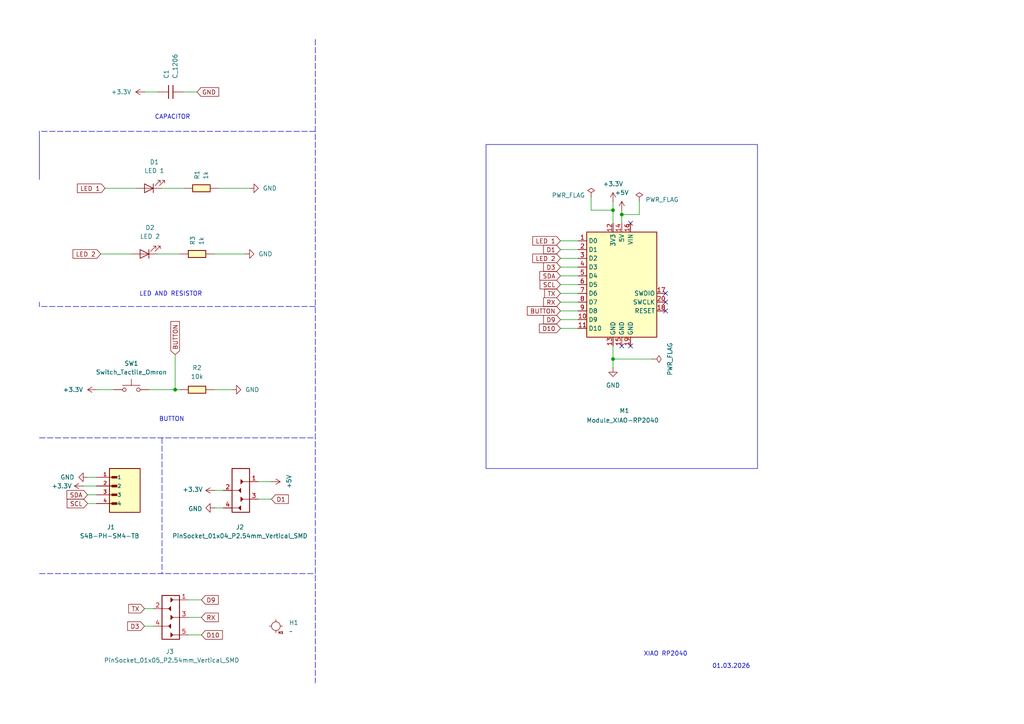
<source format=kicad_sch>
(kicad_sch (version 20250114) (generator "eeschema") (generator_version "9.0")
  (paper "A4")
  (lib_symbols
    (symbol "PCM_fab:C_1206" (pin_numbers (hide yes))
      (property "Reference" "C" (at 0.635 2.54 0))
      (property "Value" "C_1206" (at 0.635 -2.54 0))
      (symbol "C_1206_1_1"
        (polyline (pts (xy -1.905 0.635) (xy 1.905 0.635)) (stroke (width 0.25)))
        (polyline (pts (xy -1.905 -0.635) (xy 1.905 -0.635)) (stroke (width 0.25)))
        (pin passive line (at 0 3.81 270) (length 3.175) (name "~") (number "1"))
        (pin passive line (at 0 -3.81 90) (length 3.175) (name "~") (number "2"))
      )
    )
    (symbol "PCM_fab:LED_1206" (pin_numbers (hide yes)) (pin_names (offset 1.016) (hide yes))
      (property "Reference" "D" (at 0 2.54 0))
      (property "Value" "LED_1206" (at 0 -2.54 0))
      (symbol "LED_1206_0_1"
        (polyline (pts (xy -3.048 -0.762) (xy -4.572 -2.286) (xy -3.81 -2.286) (xy -4.572 -2.286) (xy -4.572 -1.524)))
        (polyline (pts (xy -1.778 -0.762) (xy -3.302 -2.286) (xy -2.54 -2.286) (xy -3.302 -2.286) (xy -3.302 -1.524)))
        (polyline (pts (xy -1.27 0) (xy 1.27 0)))
        (polyline (pts (xy -1.27 -1.27) (xy -1.27 1.27)) (stroke (width 0.2032)))
        (polyline (pts (xy 1.27 -1.27) (xy 1.27 1.27) (xy -1.27 0) (xy 1.27 -1.27)) (stroke (width 0.2032)))
      )
      (symbol "LED_1206_1_1"
        (pin passive line (at -3.81 0 0) (length 2.54) (name "K") (number "1"))
        (pin passive line (at 3.81 0 180) (length 2.54) (name "A") (number "2"))
      )
    )
    (symbol "PCM_fab:Module_XIAO-RP2040"
      (property "Reference" "M" (at -10.16 16.51 0))
      (property "Value" "Module_XIAO-RP2040" (at 3.81 16.51 0))
      (symbol "Module_XIAO-RP2040_1_1"
        (rectangle (start -10.16 15.24) (end 10.16 -15.24) (stroke (width 0.254)) (fill (type background)))
        (pin bidirectional line (at -12.7 12.7 0) (length 2.54) (name "D0") (number "1"))
        (pin bidirectional line (at -12.7 10.16 0) (length 2.54) (name "D1") (number "2"))
        (pin bidirectional line (at -12.7 7.62 0) (length 2.54) (name "D2") (number "3"))
        (pin bidirectional line (at -12.7 5.08 0) (length 2.54) (name "D3") (number "4"))
        (pin bidirectional line (at -12.7 2.54 0) (length 2.54) (name "D4") (number "5"))
        (pin bidirectional line (at -12.7 0 0) (length 2.54) (name "D5") (number "6"))
        (pin bidirectional line (at -12.7 -2.54 0) (length 2.54) (name "D6") (number "7"))
        (pin bidirectional line (at -12.7 -5.08 0) (length 2.54) (name "D7") (number "8"))
        (pin bidirectional line (at -12.7 -7.62 0) (length 2.54) (name "D8") (number "9"))
        (pin bidirectional line (at -12.7 -10.16 0) (length 2.54) (name "D9") (number "10"))
        (pin bidirectional line (at -12.7 -12.7 0) (length 2.54) (name "D10") (number "11"))
        (pin power_in line (at -2.54 17.78 270) (length 2.54) (name "3V3") (number "12"))
        (pin power_in line (at -2.54 -17.78 90) (length 2.54) (name "GND") (number "13"))
        (pin power_in line (at 0 17.78 270) (length 2.54) (name "5V") (number "14"))
        (pin power_in line (at 0 -17.78 90) (length 2.54) (name "GND") (number "15"))
        (pin power_in line (at 2.54 17.78 270) (length 2.54) (name "VIN") (number "16"))
        (pin power_in line (at 2.54 -17.78 90) (length 2.54) (name "GND") (number "19"))
        (pin bidirectional line (at 12.7 -2.54 180) (length 2.54) (name "SWDIO") (number "17"))
        (pin input line (at 12.7 -5.08 180) (length 2.54) (name "SWCLK") (number "20"))
        (pin input line (at 12.7 -7.62 180) (length 2.54) (name "RESET") (number "18"))
      )
    )
    (symbol "PCM_fab:MountingHole_M3" (pin_numbers (hide yes)) (pin_names (offset 0))
      (property "Reference" "H" (at 0 0 0))
      (symbol "MountingHole_M3_0_1"
        (polyline (pts (xy -1.27 0) (xy -1.905 0)))
        (polyline (pts (xy 0 1.27) (xy 0 1.905)))
        (circle (center 0 0) (radius 1.27))
        (polyline (pts (xy 0 -1.27) (xy 0 -1.905)))
        (polyline (pts (xy 1.27 0) (xy 1.905 0)))
      )
      (symbol "MountingHole_M3_1_1"
        (text "M3" (at 0.635 -1.905 0) (effects (font (size 0.635 0.635)) (justify left)))
      )
    )
    (symbol "PCM_fab:PWR_FLAG" (power) (pin_numbers (hide yes)) (pin_names (offset 0) (hide yes))
      (property "Value" "PWR_FLAG" (at 0 3.81 0))
      (symbol "PWR_FLAG_0_1"
        (polyline (pts (xy 0 0) (xy 0 1.27) (xy -1.016 1.905) (xy 0 2.54) (xy 1.016 1.905) (xy 0 1.27)))
      )
      (symbol "PWR_FLAG_1_0"
        (pin power_out line (at 0 0 90) (length 0) (name "PWR_FLAG") (number "1"))
      )
    )
    (symbol "PCM_fab:PinSocket_01x04_P2.54mm_Vertical_SMD" (pin_names (hide yes))
      (property "Reference" "J" (at 0 7.62 0))
      (property "Value" "PinSocket_01x04_P2.54mm_Vertical_SMD" (at 0 -7.62 0))
      (symbol "PinSocket_01x04_P2.54mm_Vertical_SMD_0_0"
        (polyline (pts (xy 0 1.905) (xy 0.635 2.54) (xy 0 3.175) (xy 0 1.905)) (fill (type outline)))
        (polyline (pts (xy 0 0) (xy -2.54 0)))
        (polyline (pts (xy 0 -0.635) (xy -0.635 0) (xy 0 0.635) (xy 0 -0.635)) (fill (type outline)))
        (polyline (pts (xy 0 -3.175) (xy 0.635 -2.54) (xy 0 -1.905) (xy 0 -3.175)) (fill (type outline)))
        (polyline (pts (xy 0 -5.08) (xy -2.54 -5.08)))
        (polyline (pts (xy 0 -5.715) (xy -0.635 -5.08) (xy 0 -4.445) (xy 0 -5.715)) (fill (type outline)))
        (polyline (pts (xy 2.54 2.54) (xy 0 2.54)))
        (polyline (pts (xy 2.54 -2.54) (xy 0 -2.54)))
      )
      (symbol "PinSocket_01x04_P2.54mm_Vertical_SMD_1_0"
        (rectangle (start -2.54 6.35) (end 2.54 -6.35) (stroke (width 0.254)))
      )
      (symbol "PinSocket_01x04_P2.54mm_Vertical_SMD_1_1"
        (pin passive line (at -5.08 0 0) (length 2.54) (name "Pin_2") (number "2"))
        (pin passive line (at -5.08 -5.08 0) (length 2.54) (name "Pin_2") (number "4"))
        (pin passive line (at 5.08 2.54 180) (length 2.54) (name "Pin_1") (number "1"))
        (pin passive line (at 5.08 -2.54 180) (length 2.54) (name "Pin_1") (number "3"))
      )
    )
    (symbol "PCM_fab:PinSocket_01x05_P2.54mm_Vertical_SMD" (pin_names (hide yes))
      (property "Reference" "J" (at 0 7.62 0))
      (property "Value" "PinSocket_01x05_P2.54mm_Vertical_SMD" (at 0 -7.62 0))
      (symbol "PinSocket_01x05_P2.54mm_Vertical_SMD_0_0"
        (polyline (pts (xy 0 4.445) (xy 0.635 5.08) (xy 0 5.715) (xy 0 4.445)) (fill (type outline)))
        (polyline (pts (xy 0 2.54) (xy -2.54 2.54)))
        (polyline (pts (xy 0 1.905) (xy -0.635 2.54) (xy 0 3.175) (xy 0 1.905)) (fill (type outline)))
        (polyline (pts (xy 0 -0.635) (xy 0.635 0) (xy 0 0.635) (xy 0 -0.635)) (fill (type outline)))
        (polyline (pts (xy 0 -2.54) (xy -2.54 -2.54)))
        (polyline (pts (xy 0 -3.175) (xy -0.635 -2.54) (xy 0 -1.905) (xy 0 -3.175)) (fill (type outline)))
        (polyline (pts (xy 0 -5.715) (xy 0.635 -5.08) (xy 0 -4.445) (xy 0 -5.715)) (fill (type outline)))
        (polyline (pts (xy 2.54 5.08) (xy 0 5.08)))
        (polyline (pts (xy 2.54 0) (xy 0 0)))
        (polyline (pts (xy 2.54 -5.08) (xy 0 -5.08)))
      )
      (symbol "PinSocket_01x05_P2.54mm_Vertical_SMD_1_0"
        (rectangle (start -2.54 6.35) (end 2.54 -6.35) (stroke (width 0.254)))
      )
      (symbol "PinSocket_01x05_P2.54mm_Vertical_SMD_1_1"
        (pin passive line (at -5.08 2.54 0) (length 2.54) (name "Pin_2") (number "2"))
        (pin passive line (at -5.08 -2.54 0) (length 2.54) (name "Pin_2") (number "4"))
        (pin passive line (at 5.08 5.08 180) (length 2.54) (name "Pin_1") (number "1"))
        (pin passive line (at 5.08 0 180) (length 2.54) (name "Pin_1") (number "3"))
        (pin passive line (at 5.08 -5.08 180) (length 2.54) (name "Pin_1") (number "5"))
      )
    )
    (symbol "PCM_fab:R_1206" (pin_numbers (hide yes)) (pin_names (offset 0))
      (property "Reference" "R" (at 2.54 0 90))
      (property "Value" "R_1206" (at -2.54 0 90))
      (symbol "R_1206_0_1"
        (rectangle (start -1.016 -2.54) (end 1.016 2.54) (stroke (width 0.254)) (fill (type background)))
      )
      (symbol "R_1206_1_1"
        (pin passive line (at 0 5.08 270) (length 2.54) (name "~") (number "1"))
        (pin passive line (at 0 -5.08 90) (length 2.54) (name "~") (number "2"))
      )
    )
    (symbol "PCM_fab:Switch_Tactile_Omron" (pin_numbers (hide yes)) (pin_names (offset 1.016) (hide yes))
      (property "Reference" "SW" (at 1.27 2.54 0))
      (property "Value" "Switch_Tactile_Omron" (at 0 -1.524 0))
      (symbol "Switch_Tactile_Omron_0_1"
        (circle (center -2.032 0) (radius 0.508))
        (polyline (pts (xy 0 1.27) (xy 0 3.048)))
        (circle (center 2.032 0) (radius 0.508))
        (polyline (pts (xy 2.54 1.27) (xy -2.54 1.27)))
        (pin passive line (at -5.08 0 0) (length 2.54) (name "1") (number "1"))
        (pin passive line (at 5.08 0 180) (length 2.54) (name "2") (number "2"))
      )
    )
    (symbol "S4B-PH-SM4-TB:S4B-PH-SM4-TB" (pin_names (offset 1.016))
      (property "Reference" "J" (at -3.81 6.35 0))
      (property "Value" "S4B-PH-SM4-TB" (at -4.064 -10.414 0))
      (symbol "S4B-PH-SM4-TB_0_0"
        (rectangle (start -3.81 -7.62) (end 5.08 5.08) (stroke (width 0.254)) (fill (type background)))
        (rectangle (start -3.175 2.2225) (end -1.5875 2.8575) (stroke (width 0.1)) (fill (type outline)))
        (rectangle (start -3.175 -0.3175) (end -1.5875 0.3175) (stroke (width 0.1)) (fill (type outline)))
        (rectangle (start -3.175 -2.8575) (end -1.5875 -2.2225) (stroke (width 0.1)) (fill (type outline)))
        (rectangle (start -3.175 -5.3975) (end -1.5875 -4.7625) (stroke (width 0.1)) (fill (type outline)))
        (pin passive line (at -7.62 2.54 0) (length 5.08) (name "1") (number "1"))
        (pin passive line (at -7.62 0 0) (length 5.08) (name "2") (number "2"))
        (pin passive line (at -7.62 -2.54 0) (length 5.08) (name "3") (number "3"))
        (pin passive line (at -7.62 -5.08 0) (length 5.08) (name "4") (number "4"))
      )
    )
    (symbol "power:+3.3V" (power) (pin_numbers (hide yes)) (pin_names (offset 0) (hide yes))
      (property "Value" "+3.3V" (at 0 3.556 0))
      (symbol "+3.3V_0_1"
        (polyline (pts (xy -0.762 1.27) (xy 0 2.54)))
        (polyline (pts (xy 0 2.54) (xy 0.762 1.27)))
        (polyline (pts (xy 0 0) (xy 0 2.54)))
      )
      (symbol "+3.3V_1_1"
        (pin power_in line (at 0 0 90) (length 0) (name "~") (number "1"))
      )
    )
    (symbol "power:+5V" (power) (pin_numbers (hide yes)) (pin_names (offset 0) (hide yes))
      (property "Value" "+5V" (at 0 3.556 0))
      (symbol "+5V_0_1"
        (polyline (pts (xy -0.762 1.27) (xy 0 2.54)))
        (polyline (pts (xy 0 2.54) (xy 0.762 1.27)))
        (polyline (pts (xy 0 0) (xy 0 2.54)))
      )
      (symbol "+5V_1_1"
        (pin power_in line (at 0 0 90) (length 0) (name "~") (number "1"))
      )
    )
    (symbol "power:GND" (power) (pin_numbers (hide yes)) (pin_names (offset 0) (hide yes))
      (property "Value" "GND" (at 0 -3.81 0))
      (symbol "GND_0_1"
        (polyline (pts (xy 0 0) (xy 0 -1.27) (xy 1.27 -1.27) (xy 0 -2.54) (xy -1.27 -1.27) (xy 0 -1.27)))
      )
      (symbol "GND_1_1"
        (pin power_in line (at 0 0 270) (length 0) (name "~") (number "1"))
      )
    )
  )
  (rectangle (start 140.97 41.91) (end 219.71 135.89))
  (text "XIAO RP2040" (at 193.04 189.738 0) (effects (font (size 1.27 1.27))))
  (text "01.03.2026" (at 212.09 193.294 0) (effects (font (size 1.27 1.27))))
  (text "BUTTON" (at 49.784 121.666 0) (effects (font (size 1.27 1.27))))
  (text "LED AND RESISTOR\n" (at 49.53 85.344 0) (effects (font (size 1.27 1.27))))
  (text "CAPACITOR" (at 50.038 34.036 0) (effects (font (size 1.27 1.27))))
  (junction (at 177.8 104.14))
  (junction (at 180.34 62.23))
  (junction (at 177.8 60.96))
  (junction (at 50.8 113.03))
  (no_connect (at 180.34 100.33))
  (no_connect (at 182.88 64.77))
  (no_connect (at 193.04 85.09))
  (no_connect (at 182.88 100.33))
  (no_connect (at 193.04 90.17))
  (no_connect (at 193.04 87.63))
  (wire (pts (xy 43.18 113.03) (xy 50.8 113.03)))
  (wire (pts (xy 50.8 102.87) (xy 50.8 113.03)))
  (wire (pts (xy 162.56 85.09) (xy 167.64 85.09)))
  (wire (pts (xy 162.56 82.55) (xy 167.64 82.55)))
  (wire (pts (xy 162.56 69.85) (xy 167.64 69.85)))
  (wire (pts (xy 41.91 26.67) (xy 45.72 26.67)))
  (polyline (pts (xy 11.43 127) (xy 91.44 127)) (stroke (width 0) (type dash)))
  (wire (pts (xy 25.4 138.43) (xy 27.94 138.43)))
  (wire (pts (xy 45.72 73.66) (xy 52.07 73.66)))
  (wire (pts (xy 24.13 140.97) (xy 27.94 140.97)))
  (wire (pts (xy 53.34 26.67) (xy 57.15 26.67)))
  (wire (pts (xy 46.99 54.61) (xy 53.34 54.61)))
  (wire (pts (xy 54.61 184.15) (xy 58.42 184.15)))
  (wire (pts (xy 177.8 104.14) (xy 189.23 104.14)))
  (wire (pts (xy 25.4 143.51) (xy 27.94 143.51)))
  (polyline (pts (xy 91.44 88.9) (xy 11.43 88.9)) (stroke (width 0) (type dash)))
  (wire (pts (xy 62.23 147.32) (xy 64.77 147.32)))
  (polyline (pts (xy 11.43 166.37) (xy 91.44 166.37)) (stroke (width 0) (type dash)))
  (wire (pts (xy 177.8 100.33) (xy 177.8 104.14)))
  (polyline (pts (xy 11.43 52.07) (xy 11.43 38.1)))
  (wire (pts (xy 185.42 58.42) (xy 185.42 62.23)))
  (wire (pts (xy 180.34 62.23) (xy 180.34 64.77)))
  (wire (pts (xy 177.8 104.14) (xy 177.8 106.68)))
  (wire (pts (xy 180.34 62.23) (xy 185.42 62.23)))
  (wire (pts (xy 171.45 57.15) (xy 171.45 60.96)))
  (wire (pts (xy 74.93 139.7) (xy 78.74 139.7)))
  (wire (pts (xy 162.56 74.93) (xy 167.64 74.93)))
  (wire (pts (xy 27.94 113.03) (xy 33.02 113.03)))
  (wire (pts (xy 41.91 181.61) (xy 44.45 181.61)))
  (wire (pts (xy 171.45 60.96) (xy 177.8 60.96)))
  (wire (pts (xy 74.93 144.78) (xy 78.74 144.78)))
  (wire (pts (xy 162.56 90.17) (xy 167.64 90.17)))
  (wire (pts (xy 162.56 95.25) (xy 167.64 95.25)))
  (wire (pts (xy 30.48 54.61) (xy 39.37 54.61)))
  (wire (pts (xy 162.56 72.39) (xy 167.64 72.39)))
  (wire (pts (xy 58.42 179.07) (xy 54.61 179.07)))
  (wire (pts (xy 162.56 92.71) (xy 167.64 92.71)))
  (wire (pts (xy 62.23 113.03) (xy 67.31 113.03)))
  (wire (pts (xy 29.21 73.66) (xy 38.1 73.66)))
  (polyline (pts (xy 46.99 127) (xy 46.99 166.37)) (stroke (width 0) (type dash)))
  (wire (pts (xy 162.56 80.01) (xy 167.64 80.01)))
  (wire (pts (xy 62.23 142.24) (xy 64.77 142.24)))
  (wire (pts (xy 177.8 60.96) (xy 177.8 64.77)))
  (polyline (pts (xy 91.44 11.43) (xy 91.44 198.12)) (stroke (width 0) (type dash)))
  (wire (pts (xy 62.23 73.66) (xy 71.12 73.66)))
  (wire (pts (xy 177.8 58.42) (xy 177.8 60.96)))
  (wire (pts (xy 25.4 146.05) (xy 27.94 146.05)))
  (wire (pts (xy 180.34 60.96) (xy 180.34 62.23)))
  (wire (pts (xy 50.8 113.03) (xy 52.07 113.03)))
  (wire (pts (xy 63.5 54.61) (xy 72.39 54.61)))
  (wire (pts (xy 58.42 173.99) (xy 54.61 173.99)))
  (polyline (pts (xy 91.44 38.1) (xy 11.43 38.1)) (stroke (width 0) (type dash)))
  (polyline (pts (xy 11.43 87.63) (xy 11.43 88.9)))
  (wire (pts (xy 41.91 176.53) (xy 44.45 176.53)))
  (wire (pts (xy 162.56 87.63) (xy 167.64 87.63)))
  (wire (pts (xy 162.56 77.47) (xy 167.64 77.47)))
  (global_label "TX" (shape input) (at 162.56 85.09 180) (property "Intersheetrefs" "${INTERSHEET_REFS}" (effects (hide yes))))
  (global_label "BUTTON" (shape input) (at 50.8 102.87 90) (property "Intersheetrefs" "${INTERSHEET_REFS}" (effects (hide yes))))
  (global_label "LED 1" (shape input) (at 30.48 54.61 180) (property "Intersheetrefs" "${INTERSHEET_REFS}" (effects (hide yes))))
  (global_label "SCL" (shape input) (at 25.4 146.05 180) (property "Intersheetrefs" "${INTERSHEET_REFS}" (effects (hide yes))))
  (global_label "SDA" (shape input) (at 162.56 80.01 180) (property "Intersheetrefs" "${INTERSHEET_REFS}" (effects (hide yes))))
  (global_label "D1" (shape input) (at 78.74 144.78 0) (property "Intersheetrefs" "${INTERSHEET_REFS}" (effects (hide yes))))
  (global_label "GND" (shape input) (at 57.15 26.67 0) (property "Intersheetrefs" "${INTERSHEET_REFS}" (effects (hide yes))))
  (global_label "RX" (shape input) (at 162.56 87.63 180) (property "Intersheetrefs" "${INTERSHEET_REFS}" (effects (hide yes))))
  (global_label "D9" (shape input) (at 58.42 173.99 0) (property "Intersheetrefs" "${INTERSHEET_REFS}" (effects (hide yes))))
  (global_label "SDA" (shape input) (at 25.4 143.51 180) (property "Intersheetrefs" "${INTERSHEET_REFS}" (effects (hide yes))))
  (global_label "D1" (shape input) (at 162.56 72.39 180) (property "Intersheetrefs" "${INTERSHEET_REFS}" (effects (hide yes))))
  (global_label "D10" (shape input) (at 162.56 95.25 180) (property "Intersheetrefs" "${INTERSHEET_REFS}" (effects (hide yes))))
  (global_label "RX" (shape input) (at 58.42 179.07 0) (property "Intersheetrefs" "${INTERSHEET_REFS}" (effects (hide yes))))
  (global_label "LED 2" (shape input) (at 162.56 74.93 180) (property "Intersheetrefs" "${INTERSHEET_REFS}" (effects (hide yes))))
  (global_label "D3" (shape input) (at 41.91 181.61 180) (property "Intersheetrefs" "${INTERSHEET_REFS}" (effects (hide yes))))
  (global_label "SCL" (shape input) (at 162.56 82.55 180) (property "Intersheetrefs" "${INTERSHEET_REFS}" (effects (hide yes))))
  (global_label "BUTTON" (shape input) (at 162.56 90.17 180) (property "Intersheetrefs" "${INTERSHEET_REFS}" (effects (hide yes))))
  (global_label "D10" (shape input) (at 58.42 184.15 0) (property "Intersheetrefs" "${INTERSHEET_REFS}" (effects (hide yes))))
  (global_label "D3" (shape input) (at 162.56 77.47 180) (property "Intersheetrefs" "${INTERSHEET_REFS}" (effects (hide yes))))
  (global_label "D9" (shape input) (at 162.56 92.71 180) (property "Intersheetrefs" "${INTERSHEET_REFS}" (effects (hide yes))))
  (global_label "TX" (shape input) (at 41.91 176.53 180) (property "Intersheetrefs" "${INTERSHEET_REFS}" (effects (hide yes))))
  (global_label "LED 1" (shape input) (at 162.56 69.85 180) (property "Intersheetrefs" "${INTERSHEET_REFS}" (effects (hide yes))))
  (global_label "LED 2" (shape input) (at 29.21 73.66 180) (property "Intersheetrefs" "${INTERSHEET_REFS}" (effects (hide yes))))
  (symbol (lib_id "S4B-PH-SM4-TB:S4B-PH-SM4-TB") (at 35.56 140.97 0) (unit 1)
    (property "Reference" "J1" (at 30.988 152.908 0) (effects (justify left)))
    (property "Value" "S4B-PH-SM4-TB" (at 23.114 155.448 0) (effects (justify left)))
    (property "Footprint" "S4B-PH-SM4-TB:JST_S4B-PH-SM4-TB" (effects (hide yes)))
    (property "MF" "JST Sales" (effects (hide yes)))
    (property "MAXIMUM_PACKAGE_HEIGHT" "5.5mm" (effects (hide yes)))
    (property "CREATOR" "DIZAR" (effects (hide yes)))
    (property "Price" "None" (effects (hide yes)))
    (property "Package" "None" (effects (hide yes)))
    (property "Check_prices" "https://www.snapeda.com/parts/S4B-PH-SM4-TB/JST/view-part/?ref=eda" (effects (hide yes)))
    (property "STANDARD" "Manufacturer Recommendations" (effects (hide yes)))
    (property "SnapEDA_Link" "https://www.snapeda.com/parts/S4B-PH-SM4-TB/JST/view-part/?ref=snap" (effects (hide yes)))
    (property "MP" "S4B-PH-SM4-TB" (effects (hide yes)))
    (property "Purchase-URL" "https://www.snapeda.com/api/url_track_click_mouser/?unipart_id=473686&manufacturer=JST Sales&part_name=S4B-PH-SM4-TB&search_term=s4b-ph-sm4-tb" (effects (hide yes)))
    (property "Description_1" "Connector Header Surface Mount, Right Angle 4 position 0.079 (2.00mm)" (effects (hide yes)))
    (property "Availability" "In Stock" (effects (hide yes)))
    (property "MANUFACTURER" "JST Sales" (effects (hide yes)))
  )
  (symbol (lib_id "power:GND") (at 72.39 54.61 90) (unit 1)
    (property "Reference" "#PWR07" (effects (hide yes)))
    (property "Value" "GND" (at 76.2 54.6099 90) (effects (justify right)))
    (property "Description" "Power symbol creates a global label with name \"GND\" , ground" (effects (hide yes)))
  )
  (symbol (lib_id "power:GND") (at 67.31 113.03 90) (unit 1)
    (property "Reference" "#PWR05" (effects (hide yes)))
    (property "Value" "GND" (at 71.12 113.0299 90) (effects (justify right)))
    (property "Description" "Power symbol creates a global label with name \"GND\" , ground" (effects (hide yes)))
  )
  (symbol (lib_id "power:+3.3V") (at 24.13 140.97 90) (unit 1)
    (property "Reference" "#PWR08" (effects (hide yes)))
    (property "Value" "+3.3V" (at 20.859 140.9699 90) (effects (justify left)))
    (property "Description" "Power symbol creates a global label with name \"+3.3V\"" (effects (hide yes)))
  )
  (symbol (lib_id "PCM_fab:Switch_Tactile_Omron") (at 38.1 113.03 0) (unit 1)
    (property "Reference" "SW1" (at 38.1 105.41 0))
    (property "Value" "Switch_Tactile_Omron" (at 38.1 107.95 0))
    (property "Footprint" "PCM_fab:Button_Omron_B3SN_6.0x6.0mm" (effects (hide yes)))
    (property "Datasheet" "https://omronfs.omron.com/en_US/ecb/products/pdf/en-b3sn.pdf" (effects (hide yes)))
    (property "Description" "Push button switch, Omron, B3SN, Sealed Tactile Switch (SMT), SPST-NO Top Actuated Surface Mount" (effects (hide yes)))
  )
  (symbol (lib_id "power:+5V") (at 78.74 139.7 270) (unit 1)
    (property "Reference" "#PWR011" (effects (hide yes)))
    (property "Value" "+5V" (at 83.82 139.7 0))
    (property "Description" "Power symbol creates a global label with name \"+5V\"" (effects (hide yes)))
  )
  (symbol (lib_id "PCM_fab:Module_XIAO-RP2040") (at 180.34 82.55 0) (unit 1)
    (property "Reference" "M1" (at 181.102 119.126 0))
    (property "Value" "Module_XIAO-RP2040" (at 180.594 121.92 0))
    (property "Footprint" "PCM_fab:SeeedStudio_XIAO_RP2040" (effects (hide yes)))
    (property "Datasheet" "https://wiki.seeedstudio.com/XIAO-RP2040/" (effects (hide yes)))
    (property "Description" "RP2040 XIAO RP2040 - ARM® Dual-Core Cortex®-M0+ MCU 32-Bit Embedded Evaluation Board" (effects (hide yes)))
  )
  (symbol (lib_id "PCM_fab:R_1206") (at 57.15 73.66 90) (unit 1)
    (property "Reference" "R3" (at 55.8799 71.12 0) (effects (justify left)))
    (property "Value" "1k" (at 58.4199 71.12 0) (effects (justify left)))
    (property "Footprint" "PCM_fab:R_1206" (effects (hide yes)))
    (property "Description" "Resistor" (effects (hide yes)))
  )
  (symbol (lib_id "power:GND") (at 25.4 138.43 270) (unit 1)
    (property "Reference" "#PWR09" (effects (hide yes)))
    (property "Value" "GND" (at 21.59 138.4299 90) (effects (justify right)))
    (property "Description" "Power symbol creates a global label with name \"GND\" , ground" (effects (hide yes)))
  )
  (symbol (lib_id "PCM_fab:MountingHole_M3") (at 80.01 181.61 0) (unit 1)
    (property "Reference" "H1" (at 83.82 180.5953 0) (effects (justify left)))
    (property "Value" "~" (at 83.82 183.1353 0) (effects (justify left)))
    (property "Footprint" "PCM_fab:MountingHole_M3" (effects (hide yes)))
  )
  (symbol (lib_id "PCM_fab:PWR_FLAG") (at 171.45 57.15 0) (unit 1)
    (property "Reference" "#FLG01" (effects (hide yes)))
    (property "Value" "PWR_FLAG" (at 164.846 56.642 0))
    (property "Description" "Special symbol for telling ERC where power comes from" (effects (hide yes)))
  )
  (symbol (lib_id "power:+3.3V") (at 41.91 26.67 90) (unit 1)
    (property "Reference" "#PWR02" (effects (hide yes)))
    (property "Value" "+3.3V" (at 38.1 26.6699 90) (effects (justify left)))
    (property "Description" "Power symbol creates a global label with name \"+3.3V\"" (effects (hide yes)))
  )
  (symbol (lib_id "power:+3.3V") (at 177.8 58.42 0) (unit 1)
    (property "Reference" "#PWR01" (effects (hide yes)))
    (property "Value" "+3.3V" (at 177.8 53.34 0))
    (property "Description" "Power symbol creates a global label with name \"+3.3V\"" (effects (hide yes)))
  )
  (symbol (lib_id "power:+5V") (at 180.34 60.96 0) (unit 1)
    (property "Reference" "#PWR010" (effects (hide yes)))
    (property "Value" "+5V" (at 180.34 55.88 0))
    (property "Description" "Power symbol creates a global label with name \"+5V\"" (effects (hide yes)))
  )
  (symbol (lib_id "power:GND") (at 62.23 147.32 270) (unit 1)
    (property "Reference" "#PWR013" (effects (hide yes)))
    (property "Value" "GND" (at 56.642 147.574 90))
    (property "Description" "Power symbol creates a global label with name \"GND\" , ground" (effects (hide yes)))
  )
  (symbol (lib_id "PCM_fab:PWR_FLAG") (at 185.42 58.42 0) (mirror y) (unit 1)
    (property "Reference" "#FLG03" (effects (hide yes)))
    (property "Value" "PWR_FLAG" (at 192.024 57.912 0))
    (property "Description" "Special symbol for telling ERC where power comes from" (effects (hide yes)))
  )
  (symbol (lib_id "PCM_fab:R_1206") (at 57.15 113.03 90) (unit 1)
    (property "Reference" "R2" (at 57.15 106.68 90))
    (property "Value" "10k" (at 57.15 109.22 90))
    (property "Footprint" "PCM_fab:R_1206" (effects (hide yes)))
    (property "Description" "Resistor" (effects (hide yes)))
  )
  (symbol (lib_id "power:GND") (at 71.12 73.66 90) (unit 1)
    (property "Reference" "#PWR06" (effects (hide yes)))
    (property "Value" "GND" (at 74.93 73.6599 90) (effects (justify right)))
    (property "Description" "Power symbol creates a global label with name \"GND\" , ground" (effects (hide yes)))
  )
  (symbol (lib_id "PCM_fab:PinSocket_01x04_P2.54mm_Vertical_SMD") (at 69.85 142.24 0) (unit 1)
    (property "Reference" "J2" (at 69.596 152.908 0))
    (property "Value" "PinSocket_01x04_P2.54mm_Vertical_SMD" (at 69.596 155.448 0))
    (property "Footprint" "PCM_fab:PinSocket_01x04_P2.54mm_Vertical_SMD" (effects (hide yes)))
    (property "Datasheet" "https://media.digikey.com/pdf/Data%20Sheets/Sullins%20PDFs/NPxCxx1KFXx-RC%2010487-D.pdf" (effects (hide yes)))
    (property "Description" "Top or Bottom Entry Connector 0.100\" (2.54mm) Surface Mount Tin" (effects (hide yes)))
  )
  (symbol (lib_id "PCM_fab:R_1206") (at 58.42 54.61 90) (unit 1)
    (property "Reference" "R1" (at 57.1499 52.07 0) (effects (justify left)))
    (property "Value" "1k" (at 59.6899 52.07 0) (effects (justify left)))
    (property "Footprint" "PCM_fab:R_1206" (effects (hide yes)))
    (property "Description" "Resistor" (effects (hide yes)))
  )
  (symbol (lib_id "PCM_fab:C_1206") (at 49.53 26.67 90) (unit 1)
    (property "Reference" "C1" (at 48.2599 22.86 0) (effects (justify left)))
    (property "Value" "C_1206" (at 50.7999 22.86 0) (effects (justify left)))
    (property "Footprint" "PCM_fab:C_1206" (effects (hide yes)))
    (property "Datasheet" "https://www.yageo.com/upload/media/product/productsearch/datasheet/mlcc/UPY-GP_NP0_16V-to-50V_18.pdf" (effects (hide yes)))
    (property "Description" "Unpolarized capacitor, SMD, 1206" (effects (hide yes)))
  )
  (symbol (lib_id "PCM_fab:PinSocket_01x05_P2.54mm_Vertical_SMD") (at 49.53 179.07 0) (unit 1)
    (property "Reference" "J3" (at 49.276 188.976 0))
    (property "Value" "PinSocket_01x05_P2.54mm_Vertical_SMD" (at 49.784 191.516 0))
    (property "Footprint" "PCM_fab:PinSocket_01x05_P2.54mm_Vertical_SMD" (effects (hide yes)))
    (property "Datasheet" "https://media.digikey.com/pdf/Data%20Sheets/Sullins%20PDFs/NPxCxx1KFXx-RC%2010487-D.pdf" (effects (hide yes)))
    (property "Description" "Top or Bottom Entry Connector 0.100\" (2.54mm) Surface Mount Tin" (effects (hide yes)))
  )
  (symbol (lib_id "power:GND") (at 177.8 106.68 0) (unit 1)
    (property "Reference" "#PWR04" (effects (hide yes)))
    (property "Value" "GND" (at 177.8 111.76 0))
    (property "Description" "Power symbol creates a global label with name \"GND\" , ground" (effects (hide yes)))
  )
  (symbol (lib_id "power:+3.3V") (at 27.94 113.03 90) (unit 1)
    (property "Reference" "#PWR03" (effects (hide yes)))
    (property "Value" "+3.3V" (at 24.13 113.0299 90) (effects (justify left)))
    (property "Description" "Power symbol creates a global label with name \"+3.3V\"" (effects (hide yes)))
  )
  (symbol (lib_id "PCM_fab:LED_1206") (at 43.18 54.61 180) (unit 1)
    (property "Reference" "D1" (at 44.7802 46.99 0))
    (property "Value" "LED 1" (at 44.7802 49.53 0))
    (property "Footprint" "PCM_fab:LED_1206" (effects (hide yes)))
    (property "Datasheet" "https://optoelectronics.liteon.com/upload/download/DS-22-98-0002/LTST-C150CKT.pdf" (effects (hide yes)))
    (property "Description" "Light emitting diode, Lite-On Inc. LTST, SMD" (effects (hide yes)))
  )
  (symbol (lib_id "power:+3.3V") (at 62.23 142.24 90) (unit 1)
    (property "Reference" "#PWR012" (effects (hide yes)))
    (property "Value" "+3.3V" (at 55.88 141.986 90))
    (property "Description" "Power symbol creates a global label with name \"+3.3V\"" (effects (hide yes)))
  )
  (symbol (lib_id "PCM_fab:LED_1206") (at 41.91 73.66 180) (unit 1)
    (property "Reference" "D2" (at 43.5102 66.04 0))
    (property "Value" "LED 2" (at 43.5102 68.58 0))
    (property "Footprint" "PCM_fab:LED_1206" (effects (hide yes)))
    (property "Datasheet" "https://optoelectronics.liteon.com/upload/download/DS-22-98-0002/LTST-C150CKT.pdf" (effects (hide yes)))
    (property "Description" "Light emitting diode, Lite-On Inc. LTST, SMD" (effects (hide yes)))
  )
  (symbol (lib_id "PCM_fab:PWR_FLAG") (at 189.23 104.14 270) (unit 1)
    (property "Reference" "#FLG02" (effects (hide yes)))
    (property "Value" "PWR_FLAG" (at 194.31 104.14 0))
    (property "Description" "Special symbol for telling ERC where power comes from" (effects (hide yes)))
  )
)
</source>
